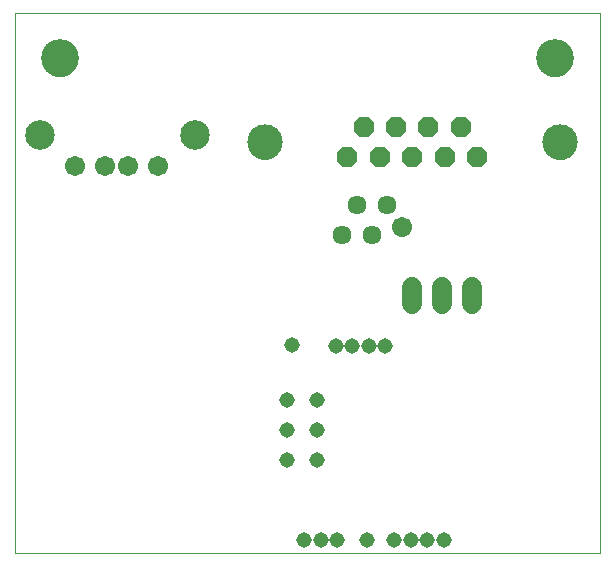
<source format=gbs>
G75*
G70*
%OFA0B0*%
%FSLAX24Y24*%
%IPPOS*%
%LPD*%
%AMOC8*
5,1,8,0,0,1.08239X$1,22.5*
%
%ADD10C,0.0000*%
%ADD11C,0.1261*%
%ADD12C,0.0516*%
%ADD13C,0.0634*%
%ADD14C,0.0671*%
%ADD15OC8,0.0680*%
%ADD16C,0.1182*%
%ADD17C,0.0674*%
%ADD18C,0.0674*%
%ADD19C,0.0986*%
D10*
X003588Y000907D02*
X003588Y018907D01*
X023088Y018907D01*
X023088Y000907D01*
X003588Y000907D01*
X016202Y011786D02*
X016204Y011820D01*
X016210Y011854D01*
X016220Y011887D01*
X016233Y011918D01*
X016251Y011948D01*
X016271Y011976D01*
X016295Y012001D01*
X016321Y012023D01*
X016349Y012041D01*
X016380Y012057D01*
X016412Y012069D01*
X016446Y012077D01*
X016480Y012081D01*
X016514Y012081D01*
X016548Y012077D01*
X016582Y012069D01*
X016614Y012057D01*
X016644Y012041D01*
X016673Y012023D01*
X016699Y012001D01*
X016723Y011976D01*
X016743Y011948D01*
X016761Y011918D01*
X016774Y011887D01*
X016784Y011854D01*
X016790Y011820D01*
X016792Y011786D01*
X016790Y011752D01*
X016784Y011718D01*
X016774Y011685D01*
X016761Y011654D01*
X016743Y011624D01*
X016723Y011596D01*
X016699Y011571D01*
X016673Y011549D01*
X016645Y011531D01*
X016614Y011515D01*
X016582Y011503D01*
X016548Y011495D01*
X016514Y011491D01*
X016480Y011491D01*
X016446Y011495D01*
X016412Y011503D01*
X016380Y011515D01*
X016349Y011531D01*
X016321Y011549D01*
X016295Y011571D01*
X016271Y011596D01*
X016251Y011624D01*
X016233Y011654D01*
X016220Y011685D01*
X016210Y011718D01*
X016204Y011752D01*
X016202Y011786D01*
X011366Y014607D02*
X011368Y014654D01*
X011374Y014700D01*
X011384Y014746D01*
X011397Y014791D01*
X011415Y014834D01*
X011436Y014876D01*
X011460Y014916D01*
X011488Y014953D01*
X011519Y014988D01*
X011553Y015021D01*
X011589Y015050D01*
X011628Y015076D01*
X011669Y015099D01*
X011712Y015118D01*
X011756Y015134D01*
X011801Y015146D01*
X011847Y015154D01*
X011894Y015158D01*
X011940Y015158D01*
X011987Y015154D01*
X012033Y015146D01*
X012078Y015134D01*
X012122Y015118D01*
X012165Y015099D01*
X012206Y015076D01*
X012245Y015050D01*
X012281Y015021D01*
X012315Y014988D01*
X012346Y014953D01*
X012374Y014916D01*
X012398Y014876D01*
X012419Y014834D01*
X012437Y014791D01*
X012450Y014746D01*
X012460Y014700D01*
X012466Y014654D01*
X012468Y014607D01*
X012466Y014560D01*
X012460Y014514D01*
X012450Y014468D01*
X012437Y014423D01*
X012419Y014380D01*
X012398Y014338D01*
X012374Y014298D01*
X012346Y014261D01*
X012315Y014226D01*
X012281Y014193D01*
X012245Y014164D01*
X012206Y014138D01*
X012165Y014115D01*
X012122Y014096D01*
X012078Y014080D01*
X012033Y014068D01*
X011987Y014060D01*
X011940Y014056D01*
X011894Y014056D01*
X011847Y014060D01*
X011801Y014068D01*
X011756Y014080D01*
X011712Y014096D01*
X011669Y014115D01*
X011628Y014138D01*
X011589Y014164D01*
X011553Y014193D01*
X011519Y014226D01*
X011488Y014261D01*
X011460Y014298D01*
X011436Y014338D01*
X011415Y014380D01*
X011397Y014423D01*
X011384Y014468D01*
X011374Y014514D01*
X011368Y014560D01*
X011366Y014607D01*
X009133Y014870D02*
X009135Y014912D01*
X009141Y014954D01*
X009151Y014996D01*
X009164Y015036D01*
X009182Y015075D01*
X009203Y015112D01*
X009227Y015146D01*
X009255Y015179D01*
X009285Y015209D01*
X009318Y015235D01*
X009353Y015259D01*
X009391Y015279D01*
X009430Y015295D01*
X009470Y015308D01*
X009512Y015317D01*
X009554Y015322D01*
X009597Y015323D01*
X009639Y015320D01*
X009681Y015313D01*
X009722Y015302D01*
X009762Y015287D01*
X009800Y015269D01*
X009837Y015247D01*
X009871Y015222D01*
X009903Y015194D01*
X009931Y015163D01*
X009957Y015129D01*
X009980Y015093D01*
X009999Y015056D01*
X010015Y015016D01*
X010027Y014975D01*
X010035Y014934D01*
X010039Y014891D01*
X010039Y014849D01*
X010035Y014806D01*
X010027Y014765D01*
X010015Y014724D01*
X009999Y014684D01*
X009980Y014647D01*
X009957Y014611D01*
X009931Y014577D01*
X009903Y014546D01*
X009871Y014518D01*
X009837Y014493D01*
X009800Y014471D01*
X009762Y014453D01*
X009722Y014438D01*
X009681Y014427D01*
X009639Y014420D01*
X009597Y014417D01*
X009554Y014418D01*
X009512Y014423D01*
X009470Y014432D01*
X009430Y014445D01*
X009391Y014461D01*
X009353Y014481D01*
X009318Y014505D01*
X009285Y014531D01*
X009255Y014561D01*
X009227Y014594D01*
X009203Y014628D01*
X009182Y014665D01*
X009164Y014704D01*
X009151Y014744D01*
X009141Y014786D01*
X009135Y014828D01*
X009133Y014870D01*
X004497Y017407D02*
X004499Y017455D01*
X004505Y017503D01*
X004515Y017550D01*
X004528Y017596D01*
X004546Y017641D01*
X004566Y017685D01*
X004591Y017727D01*
X004619Y017766D01*
X004649Y017803D01*
X004683Y017837D01*
X004720Y017869D01*
X004758Y017898D01*
X004799Y017923D01*
X004842Y017945D01*
X004887Y017963D01*
X004933Y017977D01*
X004980Y017988D01*
X005028Y017995D01*
X005076Y017998D01*
X005124Y017997D01*
X005172Y017992D01*
X005220Y017983D01*
X005266Y017971D01*
X005311Y017954D01*
X005355Y017934D01*
X005397Y017911D01*
X005437Y017884D01*
X005475Y017854D01*
X005510Y017821D01*
X005542Y017785D01*
X005572Y017747D01*
X005598Y017706D01*
X005620Y017663D01*
X005640Y017619D01*
X005655Y017574D01*
X005667Y017527D01*
X005675Y017479D01*
X005679Y017431D01*
X005679Y017383D01*
X005675Y017335D01*
X005667Y017287D01*
X005655Y017240D01*
X005640Y017195D01*
X005620Y017151D01*
X005598Y017108D01*
X005572Y017067D01*
X005542Y017029D01*
X005510Y016993D01*
X005475Y016960D01*
X005437Y016930D01*
X005397Y016903D01*
X005355Y016880D01*
X005311Y016860D01*
X005266Y016843D01*
X005220Y016831D01*
X005172Y016822D01*
X005124Y016817D01*
X005076Y016816D01*
X005028Y016819D01*
X004980Y016826D01*
X004933Y016837D01*
X004887Y016851D01*
X004842Y016869D01*
X004799Y016891D01*
X004758Y016916D01*
X004720Y016945D01*
X004683Y016977D01*
X004649Y017011D01*
X004619Y017048D01*
X004591Y017087D01*
X004566Y017129D01*
X004546Y017173D01*
X004528Y017218D01*
X004515Y017264D01*
X004505Y017311D01*
X004499Y017359D01*
X004497Y017407D01*
X003976Y014870D02*
X003978Y014912D01*
X003984Y014954D01*
X003994Y014996D01*
X004007Y015036D01*
X004025Y015075D01*
X004046Y015112D01*
X004070Y015146D01*
X004098Y015179D01*
X004128Y015209D01*
X004161Y015235D01*
X004196Y015259D01*
X004234Y015279D01*
X004273Y015295D01*
X004313Y015308D01*
X004355Y015317D01*
X004397Y015322D01*
X004440Y015323D01*
X004482Y015320D01*
X004524Y015313D01*
X004565Y015302D01*
X004605Y015287D01*
X004643Y015269D01*
X004680Y015247D01*
X004714Y015222D01*
X004746Y015194D01*
X004774Y015163D01*
X004800Y015129D01*
X004823Y015093D01*
X004842Y015056D01*
X004858Y015016D01*
X004870Y014975D01*
X004878Y014934D01*
X004882Y014891D01*
X004882Y014849D01*
X004878Y014806D01*
X004870Y014765D01*
X004858Y014724D01*
X004842Y014684D01*
X004823Y014647D01*
X004800Y014611D01*
X004774Y014577D01*
X004746Y014546D01*
X004714Y014518D01*
X004680Y014493D01*
X004643Y014471D01*
X004605Y014453D01*
X004565Y014438D01*
X004524Y014427D01*
X004482Y014420D01*
X004440Y014417D01*
X004397Y014418D01*
X004355Y014423D01*
X004313Y014432D01*
X004273Y014445D01*
X004234Y014461D01*
X004196Y014481D01*
X004161Y014505D01*
X004128Y014531D01*
X004098Y014561D01*
X004070Y014594D01*
X004046Y014628D01*
X004025Y014665D01*
X004007Y014704D01*
X003994Y014744D01*
X003984Y014786D01*
X003978Y014828D01*
X003976Y014870D01*
X021208Y014607D02*
X021210Y014654D01*
X021216Y014700D01*
X021226Y014746D01*
X021239Y014791D01*
X021257Y014834D01*
X021278Y014876D01*
X021302Y014916D01*
X021330Y014953D01*
X021361Y014988D01*
X021395Y015021D01*
X021431Y015050D01*
X021470Y015076D01*
X021511Y015099D01*
X021554Y015118D01*
X021598Y015134D01*
X021643Y015146D01*
X021689Y015154D01*
X021736Y015158D01*
X021782Y015158D01*
X021829Y015154D01*
X021875Y015146D01*
X021920Y015134D01*
X021964Y015118D01*
X022007Y015099D01*
X022048Y015076D01*
X022087Y015050D01*
X022123Y015021D01*
X022157Y014988D01*
X022188Y014953D01*
X022216Y014916D01*
X022240Y014876D01*
X022261Y014834D01*
X022279Y014791D01*
X022292Y014746D01*
X022302Y014700D01*
X022308Y014654D01*
X022310Y014607D01*
X022308Y014560D01*
X022302Y014514D01*
X022292Y014468D01*
X022279Y014423D01*
X022261Y014380D01*
X022240Y014338D01*
X022216Y014298D01*
X022188Y014261D01*
X022157Y014226D01*
X022123Y014193D01*
X022087Y014164D01*
X022048Y014138D01*
X022007Y014115D01*
X021964Y014096D01*
X021920Y014080D01*
X021875Y014068D01*
X021829Y014060D01*
X021782Y014056D01*
X021736Y014056D01*
X021689Y014060D01*
X021643Y014068D01*
X021598Y014080D01*
X021554Y014096D01*
X021511Y014115D01*
X021470Y014138D01*
X021431Y014164D01*
X021395Y014193D01*
X021361Y014226D01*
X021330Y014261D01*
X021302Y014298D01*
X021278Y014338D01*
X021257Y014380D01*
X021239Y014423D01*
X021226Y014468D01*
X021216Y014514D01*
X021210Y014560D01*
X021208Y014607D01*
X020997Y017407D02*
X020999Y017455D01*
X021005Y017503D01*
X021015Y017550D01*
X021028Y017596D01*
X021046Y017641D01*
X021066Y017685D01*
X021091Y017727D01*
X021119Y017766D01*
X021149Y017803D01*
X021183Y017837D01*
X021220Y017869D01*
X021258Y017898D01*
X021299Y017923D01*
X021342Y017945D01*
X021387Y017963D01*
X021433Y017977D01*
X021480Y017988D01*
X021528Y017995D01*
X021576Y017998D01*
X021624Y017997D01*
X021672Y017992D01*
X021720Y017983D01*
X021766Y017971D01*
X021811Y017954D01*
X021855Y017934D01*
X021897Y017911D01*
X021937Y017884D01*
X021975Y017854D01*
X022010Y017821D01*
X022042Y017785D01*
X022072Y017747D01*
X022098Y017706D01*
X022120Y017663D01*
X022140Y017619D01*
X022155Y017574D01*
X022167Y017527D01*
X022175Y017479D01*
X022179Y017431D01*
X022179Y017383D01*
X022175Y017335D01*
X022167Y017287D01*
X022155Y017240D01*
X022140Y017195D01*
X022120Y017151D01*
X022098Y017108D01*
X022072Y017067D01*
X022042Y017029D01*
X022010Y016993D01*
X021975Y016960D01*
X021937Y016930D01*
X021897Y016903D01*
X021855Y016880D01*
X021811Y016860D01*
X021766Y016843D01*
X021720Y016831D01*
X021672Y016822D01*
X021624Y016817D01*
X021576Y016816D01*
X021528Y016819D01*
X021480Y016826D01*
X021433Y016837D01*
X021387Y016851D01*
X021342Y016869D01*
X021299Y016891D01*
X021258Y016916D01*
X021220Y016945D01*
X021183Y016977D01*
X021149Y017011D01*
X021119Y017048D01*
X021091Y017087D01*
X021066Y017129D01*
X021046Y017173D01*
X021028Y017218D01*
X021015Y017264D01*
X021005Y017311D01*
X020999Y017359D01*
X020997Y017407D01*
D11*
X021588Y017407D03*
X005088Y017407D03*
D12*
X012838Y007857D03*
X014288Y007807D03*
X014838Y007807D03*
X015388Y007807D03*
X015938Y007807D03*
X013668Y006017D03*
X013668Y005017D03*
X013668Y004017D03*
X012668Y004017D03*
X012668Y005017D03*
X012668Y006017D03*
X013238Y001357D03*
X013788Y001357D03*
X014338Y001357D03*
X015338Y001357D03*
X016238Y001357D03*
X016788Y001357D03*
X017338Y001357D03*
X017888Y001357D03*
D13*
X015488Y011507D03*
X014488Y011507D03*
X014988Y012507D03*
X015988Y012507D03*
D14*
X016497Y011786D03*
D15*
X016838Y014107D03*
X017918Y014107D03*
X018998Y014107D03*
X018458Y015107D03*
X017378Y015107D03*
X016298Y015107D03*
X015218Y015107D03*
X014678Y014107D03*
X015758Y014107D03*
D16*
X011917Y014607D03*
X021759Y014607D03*
D17*
X018838Y009804D02*
X018838Y009210D01*
X017838Y009210D02*
X017838Y009804D01*
X016838Y009804D02*
X016838Y009210D01*
D18*
X008366Y013807D03*
X007382Y013807D03*
X006594Y013807D03*
X005610Y013807D03*
D19*
X004429Y014870D03*
X009586Y014870D03*
M02*

</source>
